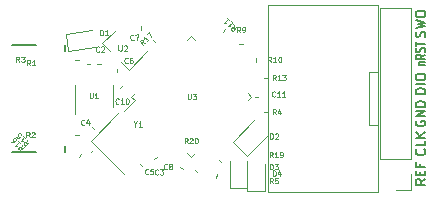
<source format=gto>
G04 #@! TF.GenerationSoftware,KiCad,Pcbnew,6.0.0-d3dd2cf0fa~116~ubuntu20.04.1*
G04 #@! TF.CreationDate,2022-01-09T18:21:22+01:00*
G04 #@! TF.ProjectId,JEGGER_s-link,4a454747-4552-45f7-932d-6c696e6b2e6b,rev?*
G04 #@! TF.SameCoordinates,Original*
G04 #@! TF.FileFunction,Legend,Top*
G04 #@! TF.FilePolarity,Positive*
%FSLAX46Y46*%
G04 Gerber Fmt 4.6, Leading zero omitted, Abs format (unit mm)*
G04 Created by KiCad (PCBNEW 6.0.0-d3dd2cf0fa~116~ubuntu20.04.1) date 2022-01-09 18:21:22*
%MOMM*%
%LPD*%
G01*
G04 APERTURE LIST*
%ADD10C,0.130000*%
%ADD11C,0.100000*%
%ADD12C,0.120000*%
%ADD13C,0.150000*%
G04 APERTURE END LIST*
D10*
X137961904Y-106847142D02*
X137580952Y-107113809D01*
X137961904Y-107304285D02*
X137161904Y-107304285D01*
X137161904Y-106999523D01*
X137200000Y-106923333D01*
X137238095Y-106885238D01*
X137314285Y-106847142D01*
X137428571Y-106847142D01*
X137504761Y-106885238D01*
X137542857Y-106923333D01*
X137580952Y-106999523D01*
X137580952Y-107304285D01*
X137542857Y-106504285D02*
X137542857Y-106237619D01*
X137961904Y-106123333D02*
X137961904Y-106504285D01*
X137161904Y-106504285D01*
X137161904Y-106123333D01*
X137542857Y-105513809D02*
X137542857Y-105780476D01*
X137961904Y-105780476D02*
X137161904Y-105780476D01*
X137161904Y-105399523D01*
X137923809Y-94794761D02*
X137961904Y-94680476D01*
X137961904Y-94490000D01*
X137923809Y-94413809D01*
X137885714Y-94375714D01*
X137809523Y-94337619D01*
X137733333Y-94337619D01*
X137657142Y-94375714D01*
X137619047Y-94413809D01*
X137580952Y-94490000D01*
X137542857Y-94642380D01*
X137504761Y-94718571D01*
X137466666Y-94756666D01*
X137390476Y-94794761D01*
X137314285Y-94794761D01*
X137238095Y-94756666D01*
X137200000Y-94718571D01*
X137161904Y-94642380D01*
X137161904Y-94451904D01*
X137200000Y-94337619D01*
X137161904Y-94070952D02*
X137961904Y-93880476D01*
X137390476Y-93728095D01*
X137961904Y-93575714D01*
X137161904Y-93385238D01*
X137161904Y-92928095D02*
X137161904Y-92775714D01*
X137200000Y-92699523D01*
X137276190Y-92623333D01*
X137428571Y-92585238D01*
X137695238Y-92585238D01*
X137847619Y-92623333D01*
X137923809Y-92699523D01*
X137961904Y-92775714D01*
X137961904Y-92928095D01*
X137923809Y-93004285D01*
X137847619Y-93080476D01*
X137695238Y-93118571D01*
X137428571Y-93118571D01*
X137276190Y-93080476D01*
X137200000Y-93004285D01*
X137161904Y-92928095D01*
X137428571Y-97172857D02*
X137961904Y-97172857D01*
X137504761Y-97172857D02*
X137466666Y-97144285D01*
X137428571Y-97087142D01*
X137428571Y-97001428D01*
X137466666Y-96944285D01*
X137542857Y-96915714D01*
X137961904Y-96915714D01*
X137961904Y-96287142D02*
X137580952Y-96487142D01*
X137961904Y-96630000D02*
X137161904Y-96630000D01*
X137161904Y-96401428D01*
X137200000Y-96344285D01*
X137238095Y-96315714D01*
X137314285Y-96287142D01*
X137428571Y-96287142D01*
X137504761Y-96315714D01*
X137542857Y-96344285D01*
X137580952Y-96401428D01*
X137580952Y-96630000D01*
X137923809Y-96058571D02*
X137961904Y-95972857D01*
X137961904Y-95830000D01*
X137923809Y-95772857D01*
X137885714Y-95744285D01*
X137809523Y-95715714D01*
X137733333Y-95715714D01*
X137657142Y-95744285D01*
X137619047Y-95772857D01*
X137580952Y-95830000D01*
X137542857Y-95944285D01*
X137504761Y-96001428D01*
X137466666Y-96030000D01*
X137390476Y-96058571D01*
X137314285Y-96058571D01*
X137238095Y-96030000D01*
X137200000Y-96001428D01*
X137161904Y-95944285D01*
X137161904Y-95801428D01*
X137200000Y-95715714D01*
X137161904Y-95544285D02*
X137161904Y-95201428D01*
X137961904Y-95372857D02*
X137161904Y-95372857D01*
X137961904Y-99594047D02*
X137161904Y-99594047D01*
X137161904Y-99403571D01*
X137200000Y-99289285D01*
X137276190Y-99213095D01*
X137352380Y-99175000D01*
X137504761Y-99136904D01*
X137619047Y-99136904D01*
X137771428Y-99175000D01*
X137847619Y-99213095D01*
X137923809Y-99289285D01*
X137961904Y-99403571D01*
X137961904Y-99594047D01*
X137961904Y-98794047D02*
X137161904Y-98794047D01*
X137161904Y-98260714D02*
X137161904Y-98108333D01*
X137200000Y-98032142D01*
X137276190Y-97955952D01*
X137428571Y-97917857D01*
X137695238Y-97917857D01*
X137847619Y-97955952D01*
X137923809Y-98032142D01*
X137961904Y-98108333D01*
X137961904Y-98260714D01*
X137923809Y-98336904D01*
X137847619Y-98413095D01*
X137695238Y-98451190D01*
X137428571Y-98451190D01*
X137276190Y-98413095D01*
X137200000Y-98336904D01*
X137161904Y-98260714D01*
X137200000Y-101909523D02*
X137161904Y-101985714D01*
X137161904Y-102100000D01*
X137200000Y-102214285D01*
X137276190Y-102290476D01*
X137352380Y-102328571D01*
X137504761Y-102366666D01*
X137619047Y-102366666D01*
X137771428Y-102328571D01*
X137847619Y-102290476D01*
X137923809Y-102214285D01*
X137961904Y-102100000D01*
X137961904Y-102023809D01*
X137923809Y-101909523D01*
X137885714Y-101871428D01*
X137619047Y-101871428D01*
X137619047Y-102023809D01*
X137961904Y-101528571D02*
X137161904Y-101528571D01*
X137961904Y-101071428D01*
X137161904Y-101071428D01*
X137961904Y-100690476D02*
X137161904Y-100690476D01*
X137161904Y-100500000D01*
X137200000Y-100385714D01*
X137276190Y-100309523D01*
X137352380Y-100271428D01*
X137504761Y-100233333D01*
X137619047Y-100233333D01*
X137771428Y-100271428D01*
X137847619Y-100309523D01*
X137923809Y-100385714D01*
X137961904Y-100500000D01*
X137961904Y-100690476D01*
X137885714Y-104326190D02*
X137923809Y-104364285D01*
X137961904Y-104478571D01*
X137961904Y-104554761D01*
X137923809Y-104669047D01*
X137847619Y-104745238D01*
X137771428Y-104783333D01*
X137619047Y-104821428D01*
X137504761Y-104821428D01*
X137352380Y-104783333D01*
X137276190Y-104745238D01*
X137200000Y-104669047D01*
X137161904Y-104554761D01*
X137161904Y-104478571D01*
X137200000Y-104364285D01*
X137238095Y-104326190D01*
X137961904Y-103602380D02*
X137961904Y-103983333D01*
X137161904Y-103983333D01*
X137961904Y-103335714D02*
X137161904Y-103335714D01*
X137961904Y-102878571D02*
X137504761Y-103221428D01*
X137161904Y-102878571D02*
X137619047Y-103335714D01*
D11*
X121798832Y-93790279D02*
X121753375Y-94047868D01*
X121980660Y-93972106D02*
X121662462Y-94290304D01*
X121541243Y-94169086D01*
X121526091Y-94123629D01*
X121526091Y-94093324D01*
X121541243Y-94047868D01*
X121586700Y-94002411D01*
X121632157Y-93987258D01*
X121662462Y-93987258D01*
X121707918Y-94002411D01*
X121829137Y-94123629D01*
X121495786Y-93487233D02*
X121677614Y-93669060D01*
X121586700Y-93578147D02*
X121268502Y-93896345D01*
X121344263Y-93881192D01*
X121404873Y-93881192D01*
X121450330Y-93896345D01*
X121192741Y-93184187D02*
X121374568Y-93366015D01*
X121283654Y-93275101D02*
X120965456Y-93593299D01*
X121041218Y-93578147D01*
X121101827Y-93578147D01*
X121147284Y-93593299D01*
X124950714Y-96933571D02*
X124800714Y-96719285D01*
X124693571Y-96933571D02*
X124693571Y-96483571D01*
X124865000Y-96483571D01*
X124907857Y-96505000D01*
X124929285Y-96526428D01*
X124950714Y-96569285D01*
X124950714Y-96633571D01*
X124929285Y-96676428D01*
X124907857Y-96697857D01*
X124865000Y-96719285D01*
X124693571Y-96719285D01*
X125379285Y-96933571D02*
X125122142Y-96933571D01*
X125250714Y-96933571D02*
X125250714Y-96483571D01*
X125207857Y-96547857D01*
X125165000Y-96590714D01*
X125122142Y-96612142D01*
X125657857Y-96483571D02*
X125700714Y-96483571D01*
X125743571Y-96505000D01*
X125765000Y-96526428D01*
X125786428Y-96569285D01*
X125807857Y-96655000D01*
X125807857Y-96762142D01*
X125786428Y-96847857D01*
X125765000Y-96890714D01*
X125743571Y-96912142D01*
X125700714Y-96933571D01*
X125657857Y-96933571D01*
X125615000Y-96912142D01*
X125593571Y-96890714D01*
X125572142Y-96847857D01*
X125550714Y-96762142D01*
X125550714Y-96655000D01*
X125572142Y-96569285D01*
X125593571Y-96526428D01*
X125615000Y-96505000D01*
X125657857Y-96483571D01*
X122305000Y-94413571D02*
X122155000Y-94199285D01*
X122047857Y-94413571D02*
X122047857Y-93963571D01*
X122219285Y-93963571D01*
X122262142Y-93985000D01*
X122283571Y-94006428D01*
X122305000Y-94049285D01*
X122305000Y-94113571D01*
X122283571Y-94156428D01*
X122262142Y-94177857D01*
X122219285Y-94199285D01*
X122047857Y-94199285D01*
X122519285Y-94413571D02*
X122605000Y-94413571D01*
X122647857Y-94392142D01*
X122669285Y-94370714D01*
X122712142Y-94306428D01*
X122733571Y-94220714D01*
X122733571Y-94049285D01*
X122712142Y-94006428D01*
X122690714Y-93985000D01*
X122647857Y-93963571D01*
X122562142Y-93963571D01*
X122519285Y-93985000D01*
X122497857Y-94006428D01*
X122476428Y-94049285D01*
X122476428Y-94156428D01*
X122497857Y-94199285D01*
X122519285Y-94220714D01*
X122562142Y-94242142D01*
X122647857Y-94242142D01*
X122690714Y-94220714D01*
X122712142Y-94199285D01*
X122733571Y-94156428D01*
X117857142Y-99603571D02*
X117857142Y-99967857D01*
X117878571Y-100010714D01*
X117900000Y-100032142D01*
X117942857Y-100053571D01*
X118028571Y-100053571D01*
X118071428Y-100032142D01*
X118092857Y-100010714D01*
X118114285Y-99967857D01*
X118114285Y-99603571D01*
X118285714Y-99603571D02*
X118564285Y-99603571D01*
X118414285Y-99775000D01*
X118478571Y-99775000D01*
X118521428Y-99796428D01*
X118542857Y-99817857D01*
X118564285Y-99860714D01*
X118564285Y-99967857D01*
X118542857Y-100010714D01*
X118521428Y-100032142D01*
X118478571Y-100053571D01*
X118350000Y-100053571D01*
X118307142Y-100032142D01*
X118285714Y-100010714D01*
X113299578Y-95020034D02*
X113281553Y-95044395D01*
X113221140Y-95075090D01*
X113178754Y-95081425D01*
X113112007Y-95069733D01*
X113063286Y-95033682D01*
X113035758Y-94994463D01*
X113001895Y-94912857D01*
X112992393Y-94849278D01*
X113000917Y-94761338D01*
X113015776Y-94715784D01*
X113051827Y-94667063D01*
X113112240Y-94636368D01*
X113154626Y-94630033D01*
X113221373Y-94641724D01*
X113245734Y-94659750D01*
X113387751Y-94595192D02*
X113684456Y-94550849D01*
X113560231Y-95024412D01*
X112775000Y-96960714D02*
X112753571Y-96982142D01*
X112689285Y-97003571D01*
X112646428Y-97003571D01*
X112582142Y-96982142D01*
X112539285Y-96939285D01*
X112517857Y-96896428D01*
X112496428Y-96810714D01*
X112496428Y-96746428D01*
X112517857Y-96660714D01*
X112539285Y-96617857D01*
X112582142Y-96575000D01*
X112646428Y-96553571D01*
X112689285Y-96553571D01*
X112753571Y-96575000D01*
X112775000Y-96596428D01*
X113160714Y-96553571D02*
X113075000Y-96553571D01*
X113032142Y-96575000D01*
X113010714Y-96596428D01*
X112967857Y-96660714D01*
X112946428Y-96746428D01*
X112946428Y-96917857D01*
X112967857Y-96960714D01*
X112989285Y-96982142D01*
X113032142Y-97003571D01*
X113117857Y-97003571D01*
X113160714Y-96982142D01*
X113182142Y-96960714D01*
X113203571Y-96917857D01*
X113203571Y-96810714D01*
X113182142Y-96767857D01*
X113160714Y-96746428D01*
X113117857Y-96725000D01*
X113032142Y-96725000D01*
X112989285Y-96746428D01*
X112967857Y-96767857D01*
X112946428Y-96810714D01*
X112007142Y-95503571D02*
X112007142Y-95867857D01*
X112028571Y-95910714D01*
X112050000Y-95932142D01*
X112092857Y-95953571D01*
X112178571Y-95953571D01*
X112221428Y-95932142D01*
X112242857Y-95910714D01*
X112264285Y-95867857D01*
X112264285Y-95503571D01*
X112457142Y-95546428D02*
X112478571Y-95525000D01*
X112521428Y-95503571D01*
X112628571Y-95503571D01*
X112671428Y-95525000D01*
X112692857Y-95546428D01*
X112714285Y-95589285D01*
X112714285Y-95632142D01*
X112692857Y-95696428D01*
X112435714Y-95953571D01*
X112714285Y-95953571D01*
X117860714Y-103803571D02*
X117710714Y-103589285D01*
X117603571Y-103803571D02*
X117603571Y-103353571D01*
X117775000Y-103353571D01*
X117817857Y-103375000D01*
X117839285Y-103396428D01*
X117860714Y-103439285D01*
X117860714Y-103503571D01*
X117839285Y-103546428D01*
X117817857Y-103567857D01*
X117775000Y-103589285D01*
X117603571Y-103589285D01*
X118032142Y-103396428D02*
X118053571Y-103375000D01*
X118096428Y-103353571D01*
X118203571Y-103353571D01*
X118246428Y-103375000D01*
X118267857Y-103396428D01*
X118289285Y-103439285D01*
X118289285Y-103482142D01*
X118267857Y-103546428D01*
X118010714Y-103803571D01*
X118289285Y-103803571D01*
X118567857Y-103353571D02*
X118610714Y-103353571D01*
X118653571Y-103375000D01*
X118675000Y-103396428D01*
X118696428Y-103439285D01*
X118717857Y-103525000D01*
X118717857Y-103632142D01*
X118696428Y-103717857D01*
X118675000Y-103760714D01*
X118653571Y-103782142D01*
X118610714Y-103803571D01*
X118567857Y-103803571D01*
X118525000Y-103782142D01*
X118503571Y-103760714D01*
X118482142Y-103717857D01*
X118460714Y-103632142D01*
X118460714Y-103525000D01*
X118482142Y-103439285D01*
X118503571Y-103396428D01*
X118525000Y-103375000D01*
X118567857Y-103353571D01*
X125060714Y-105003571D02*
X124910714Y-104789285D01*
X124803571Y-105003571D02*
X124803571Y-104553571D01*
X124975000Y-104553571D01*
X125017857Y-104575000D01*
X125039285Y-104596428D01*
X125060714Y-104639285D01*
X125060714Y-104703571D01*
X125039285Y-104746428D01*
X125017857Y-104767857D01*
X124975000Y-104789285D01*
X124803571Y-104789285D01*
X125489285Y-105003571D02*
X125232142Y-105003571D01*
X125360714Y-105003571D02*
X125360714Y-104553571D01*
X125317857Y-104617857D01*
X125275000Y-104660714D01*
X125232142Y-104682142D01*
X125703571Y-105003571D02*
X125789285Y-105003571D01*
X125832142Y-104982142D01*
X125853571Y-104960714D01*
X125896428Y-104896428D01*
X125917857Y-104810714D01*
X125917857Y-104639285D01*
X125896428Y-104596428D01*
X125875000Y-104575000D01*
X125832142Y-104553571D01*
X125746428Y-104553571D01*
X125703571Y-104575000D01*
X125682142Y-104596428D01*
X125660714Y-104639285D01*
X125660714Y-104746428D01*
X125682142Y-104789285D01*
X125703571Y-104810714D01*
X125746428Y-104832142D01*
X125832142Y-104832142D01*
X125875000Y-104810714D01*
X125896428Y-104789285D01*
X125917857Y-104746428D01*
X114289390Y-95298502D02*
X114031801Y-95253045D01*
X114107563Y-95480330D02*
X113789365Y-95162132D01*
X113910583Y-95040913D01*
X113956040Y-95025761D01*
X113986345Y-95025761D01*
X114031801Y-95040913D01*
X114077258Y-95086370D01*
X114092411Y-95131827D01*
X114092411Y-95162132D01*
X114077258Y-95207588D01*
X113956040Y-95328807D01*
X114592436Y-94995456D02*
X114410609Y-95177284D01*
X114501522Y-95086370D02*
X114183324Y-94768172D01*
X114198477Y-94843933D01*
X114198477Y-94904543D01*
X114183324Y-94950000D01*
X114380304Y-94571192D02*
X114592436Y-94359060D01*
X114774264Y-94813629D01*
X103798502Y-103910609D02*
X103753045Y-104168198D01*
X103980330Y-104092436D02*
X103662132Y-104410634D01*
X103540913Y-104289416D01*
X103525761Y-104243959D01*
X103525761Y-104213654D01*
X103540913Y-104168198D01*
X103586370Y-104122741D01*
X103631827Y-104107588D01*
X103662132Y-104107588D01*
X103707588Y-104122741D01*
X103828807Y-104243959D01*
X103495456Y-103607563D02*
X103677284Y-103789390D01*
X103586370Y-103698477D02*
X103268172Y-104016675D01*
X103343933Y-104001522D01*
X103404543Y-104001522D01*
X103450000Y-104016675D01*
X102904517Y-103653020D02*
X102965126Y-103713629D01*
X103010583Y-103728781D01*
X103040888Y-103728781D01*
X103116649Y-103713629D01*
X103192411Y-103668172D01*
X103313629Y-103546954D01*
X103328781Y-103501497D01*
X103328781Y-103471192D01*
X103313629Y-103425735D01*
X103253020Y-103365126D01*
X103207563Y-103349974D01*
X103177258Y-103349974D01*
X103131801Y-103365126D01*
X103056040Y-103440888D01*
X103040888Y-103486345D01*
X103040888Y-103516649D01*
X103056040Y-103562106D01*
X103116649Y-103622715D01*
X103162106Y-103637867D01*
X103192411Y-103637867D01*
X103237867Y-103622715D01*
X104248502Y-103510609D02*
X104203045Y-103768198D01*
X104430330Y-103692436D02*
X104112132Y-104010634D01*
X103990913Y-103889416D01*
X103975761Y-103843959D01*
X103975761Y-103813654D01*
X103990913Y-103768198D01*
X104036370Y-103722741D01*
X104081827Y-103707588D01*
X104112132Y-103707588D01*
X104157588Y-103722741D01*
X104278807Y-103843959D01*
X103945456Y-103207563D02*
X104127284Y-103389390D01*
X104036370Y-103298477D02*
X103718172Y-103616675D01*
X103793933Y-103601522D01*
X103854543Y-103601522D01*
X103900000Y-103616675D01*
X103339365Y-103237867D02*
X103490888Y-103389390D01*
X103657563Y-103253020D01*
X103627258Y-103253020D01*
X103581801Y-103237867D01*
X103506040Y-103162106D01*
X103490888Y-103116649D01*
X103490888Y-103086345D01*
X103506040Y-103040888D01*
X103581801Y-102965126D01*
X103627258Y-102949974D01*
X103657563Y-102949974D01*
X103703020Y-102965126D01*
X103778781Y-103040888D01*
X103793933Y-103086345D01*
X103793933Y-103116649D01*
X125310714Y-98453571D02*
X125160714Y-98239285D01*
X125053571Y-98453571D02*
X125053571Y-98003571D01*
X125225000Y-98003571D01*
X125267857Y-98025000D01*
X125289285Y-98046428D01*
X125310714Y-98089285D01*
X125310714Y-98153571D01*
X125289285Y-98196428D01*
X125267857Y-98217857D01*
X125225000Y-98239285D01*
X125053571Y-98239285D01*
X125739285Y-98453571D02*
X125482142Y-98453571D01*
X125610714Y-98453571D02*
X125610714Y-98003571D01*
X125567857Y-98067857D01*
X125525000Y-98110714D01*
X125482142Y-98132142D01*
X125889285Y-98003571D02*
X126167857Y-98003571D01*
X126017857Y-98175000D01*
X126082142Y-98175000D01*
X126125000Y-98196428D01*
X126146428Y-98217857D01*
X126167857Y-98260714D01*
X126167857Y-98367857D01*
X126146428Y-98410714D01*
X126125000Y-98432142D01*
X126082142Y-98453571D01*
X125953571Y-98453571D01*
X125910714Y-98432142D01*
X125889285Y-98410714D01*
X125075000Y-107203570D02*
X124925000Y-106989284D01*
X124817857Y-107203570D02*
X124817857Y-106753570D01*
X124989285Y-106753570D01*
X125032142Y-106774999D01*
X125053571Y-106796427D01*
X125075000Y-106839284D01*
X125075000Y-106903570D01*
X125053571Y-106946427D01*
X125032142Y-106967856D01*
X124989285Y-106989284D01*
X124817857Y-106989284D01*
X125482142Y-106753570D02*
X125267857Y-106753570D01*
X125246428Y-106967856D01*
X125267857Y-106946427D01*
X125310714Y-106924999D01*
X125417857Y-106924999D01*
X125460714Y-106946427D01*
X125482142Y-106967856D01*
X125503571Y-107010713D01*
X125503571Y-107117856D01*
X125482142Y-107160713D01*
X125460714Y-107182141D01*
X125417857Y-107203570D01*
X125310714Y-107203570D01*
X125267857Y-107182141D01*
X125246428Y-107160713D01*
X125325000Y-101353571D02*
X125175000Y-101139285D01*
X125067857Y-101353571D02*
X125067857Y-100903571D01*
X125239285Y-100903571D01*
X125282142Y-100925000D01*
X125303571Y-100946428D01*
X125325000Y-100989285D01*
X125325000Y-101053571D01*
X125303571Y-101096428D01*
X125282142Y-101117857D01*
X125239285Y-101139285D01*
X125067857Y-101139285D01*
X125710714Y-101053571D02*
X125710714Y-101353571D01*
X125603571Y-100882142D02*
X125496428Y-101203571D01*
X125775000Y-101203571D01*
X125067857Y-106553572D02*
X125067857Y-106103572D01*
X125175000Y-106103572D01*
X125239285Y-106125001D01*
X125282142Y-106167858D01*
X125303571Y-106210715D01*
X125325000Y-106296429D01*
X125325000Y-106360715D01*
X125303571Y-106446429D01*
X125282142Y-106489286D01*
X125239285Y-106532143D01*
X125175000Y-106553572D01*
X125067857Y-106553572D01*
X125710714Y-106253572D02*
X125710714Y-106553572D01*
X125603571Y-106082143D02*
X125496428Y-106403572D01*
X125775000Y-106403572D01*
X124817857Y-106003571D02*
X124817857Y-105553571D01*
X124925000Y-105553571D01*
X124989285Y-105575000D01*
X125032142Y-105617857D01*
X125053571Y-105660714D01*
X125075000Y-105746428D01*
X125075000Y-105810714D01*
X125053571Y-105896428D01*
X125032142Y-105939285D01*
X124989285Y-105982142D01*
X124925000Y-106003571D01*
X124817857Y-106003571D01*
X125225000Y-105553571D02*
X125503571Y-105553571D01*
X125353571Y-105725000D01*
X125417857Y-105725000D01*
X125460714Y-105746428D01*
X125482142Y-105767857D01*
X125503571Y-105810714D01*
X125503571Y-105917857D01*
X125482142Y-105960714D01*
X125460714Y-105982142D01*
X125417857Y-106003571D01*
X125289285Y-106003571D01*
X125246428Y-105982142D01*
X125225000Y-105960714D01*
X124867858Y-103403571D02*
X124867858Y-102953571D01*
X124975001Y-102953571D01*
X125039286Y-102975000D01*
X125082143Y-103017857D01*
X125103572Y-103060714D01*
X125125001Y-103146428D01*
X125125001Y-103210714D01*
X125103572Y-103296428D01*
X125082143Y-103339285D01*
X125039286Y-103382142D01*
X124975001Y-103403571D01*
X124867858Y-103403571D01*
X125296429Y-102996428D02*
X125317858Y-102975000D01*
X125360715Y-102953571D01*
X125467858Y-102953571D01*
X125510715Y-102975000D01*
X125532143Y-102996428D01*
X125553572Y-103039285D01*
X125553572Y-103082142D01*
X125532143Y-103146428D01*
X125275001Y-103403571D01*
X125553572Y-103403571D01*
X125260714Y-99810714D02*
X125239285Y-99832142D01*
X125175000Y-99853571D01*
X125132142Y-99853571D01*
X125067857Y-99832142D01*
X125025000Y-99789285D01*
X125003571Y-99746428D01*
X124982142Y-99660714D01*
X124982142Y-99596428D01*
X125003571Y-99510714D01*
X125025000Y-99467857D01*
X125067857Y-99425000D01*
X125132142Y-99403571D01*
X125175000Y-99403571D01*
X125239285Y-99425000D01*
X125260714Y-99446428D01*
X125689285Y-99853571D02*
X125432142Y-99853571D01*
X125560714Y-99853571D02*
X125560714Y-99403571D01*
X125517857Y-99467857D01*
X125475000Y-99510714D01*
X125432142Y-99532142D01*
X126117857Y-99853571D02*
X125860714Y-99853571D01*
X125989285Y-99853571D02*
X125989285Y-99403571D01*
X125946428Y-99467857D01*
X125903571Y-99510714D01*
X125860714Y-99532142D01*
X112010714Y-100410714D02*
X111989285Y-100432142D01*
X111925000Y-100453571D01*
X111882142Y-100453571D01*
X111817857Y-100432142D01*
X111775000Y-100389285D01*
X111753571Y-100346428D01*
X111732142Y-100260714D01*
X111732142Y-100196428D01*
X111753571Y-100110714D01*
X111775000Y-100067857D01*
X111817857Y-100025000D01*
X111882142Y-100003571D01*
X111925000Y-100003571D01*
X111989285Y-100025000D01*
X112010714Y-100046428D01*
X112439285Y-100453571D02*
X112182142Y-100453571D01*
X112310714Y-100453571D02*
X112310714Y-100003571D01*
X112267857Y-100067857D01*
X112225000Y-100110714D01*
X112182142Y-100132142D01*
X112717857Y-100003571D02*
X112760714Y-100003571D01*
X112803571Y-100025000D01*
X112825000Y-100046428D01*
X112846428Y-100089285D01*
X112867857Y-100175000D01*
X112867857Y-100282142D01*
X112846428Y-100367857D01*
X112825000Y-100410714D01*
X112803571Y-100432142D01*
X112760714Y-100453571D01*
X112717857Y-100453571D01*
X112675000Y-100432142D01*
X112653571Y-100410714D01*
X112632142Y-100367857D01*
X112610714Y-100282142D01*
X112610714Y-100175000D01*
X112632142Y-100089285D01*
X112653571Y-100046428D01*
X112675000Y-100025000D01*
X112717857Y-100003571D01*
X116125000Y-105960714D02*
X116103571Y-105982142D01*
X116039285Y-106003571D01*
X115996428Y-106003571D01*
X115932142Y-105982142D01*
X115889285Y-105939285D01*
X115867857Y-105896428D01*
X115846428Y-105810714D01*
X115846428Y-105746428D01*
X115867857Y-105660714D01*
X115889285Y-105617857D01*
X115932142Y-105575000D01*
X115996428Y-105553571D01*
X116039285Y-105553571D01*
X116103571Y-105575000D01*
X116125000Y-105596428D01*
X116382142Y-105746428D02*
X116339285Y-105725000D01*
X116317857Y-105703571D01*
X116296428Y-105660714D01*
X116296428Y-105639285D01*
X116317857Y-105596428D01*
X116339285Y-105575000D01*
X116382142Y-105553571D01*
X116467857Y-105553571D01*
X116510714Y-105575000D01*
X116532142Y-105596428D01*
X116553571Y-105639285D01*
X116553571Y-105660714D01*
X116532142Y-105703571D01*
X116510714Y-105725000D01*
X116467857Y-105746428D01*
X116382142Y-105746428D01*
X116339285Y-105767857D01*
X116317857Y-105789285D01*
X116296428Y-105832142D01*
X116296428Y-105917857D01*
X116317857Y-105960714D01*
X116339285Y-105982142D01*
X116382142Y-106003571D01*
X116467857Y-106003571D01*
X116510714Y-105982142D01*
X116532142Y-105960714D01*
X116553571Y-105917857D01*
X116553571Y-105832142D01*
X116532142Y-105789285D01*
X116510714Y-105767857D01*
X116467857Y-105746428D01*
X113435714Y-102189285D02*
X113435714Y-102403571D01*
X113285714Y-101953571D02*
X113435714Y-102189285D01*
X113585714Y-101953571D01*
X113971428Y-102403571D02*
X113714285Y-102403571D01*
X113842857Y-102403571D02*
X113842857Y-101953571D01*
X113800000Y-102017857D01*
X113757142Y-102060714D01*
X113714285Y-102082142D01*
X109557142Y-99553571D02*
X109557142Y-99917857D01*
X109578571Y-99960714D01*
X109600000Y-99982142D01*
X109642857Y-100003571D01*
X109728571Y-100003571D01*
X109771428Y-99982142D01*
X109792857Y-99960714D01*
X109814285Y-99917857D01*
X109814285Y-99553571D01*
X110264285Y-100003571D02*
X110007142Y-100003571D01*
X110135714Y-100003571D02*
X110135714Y-99553571D01*
X110092857Y-99617857D01*
X110050000Y-99660714D01*
X110007142Y-99682142D01*
X103625000Y-96903571D02*
X103475000Y-96689285D01*
X103367857Y-96903571D02*
X103367857Y-96453571D01*
X103539285Y-96453571D01*
X103582142Y-96475000D01*
X103603571Y-96496428D01*
X103625000Y-96539285D01*
X103625000Y-96603571D01*
X103603571Y-96646428D01*
X103582142Y-96667857D01*
X103539285Y-96689285D01*
X103367857Y-96689285D01*
X103775000Y-96453571D02*
X104053571Y-96453571D01*
X103903571Y-96625000D01*
X103967857Y-96625000D01*
X104010714Y-96646428D01*
X104032142Y-96667857D01*
X104053571Y-96710714D01*
X104053571Y-96817857D01*
X104032142Y-96860714D01*
X104010714Y-96882142D01*
X103967857Y-96903571D01*
X103839285Y-96903571D01*
X103796428Y-96882142D01*
X103775000Y-96860714D01*
X104475000Y-103303571D02*
X104325000Y-103089285D01*
X104217857Y-103303571D02*
X104217857Y-102853571D01*
X104389285Y-102853571D01*
X104432142Y-102875000D01*
X104453571Y-102896428D01*
X104475000Y-102939285D01*
X104475000Y-103003571D01*
X104453571Y-103046428D01*
X104432142Y-103067857D01*
X104389285Y-103089285D01*
X104217857Y-103089285D01*
X104646428Y-102896428D02*
X104667857Y-102875000D01*
X104710714Y-102853571D01*
X104817857Y-102853571D01*
X104860714Y-102875000D01*
X104882142Y-102896428D01*
X104903571Y-102939285D01*
X104903571Y-102982142D01*
X104882142Y-103046428D01*
X104625000Y-103303571D01*
X104903571Y-103303571D01*
X104525000Y-97203571D02*
X104375000Y-96989285D01*
X104267857Y-97203571D02*
X104267857Y-96753571D01*
X104439285Y-96753571D01*
X104482142Y-96775000D01*
X104503571Y-96796428D01*
X104525000Y-96839285D01*
X104525000Y-96903571D01*
X104503571Y-96946428D01*
X104482142Y-96967857D01*
X104439285Y-96989285D01*
X104267857Y-96989285D01*
X104953571Y-97203571D02*
X104696428Y-97203571D01*
X104825000Y-97203571D02*
X104825000Y-96753571D01*
X104782142Y-96817857D01*
X104739285Y-96860714D01*
X104696428Y-96882142D01*
X110471460Y-94659336D02*
X110463606Y-94209404D01*
X110570733Y-94207534D01*
X110635383Y-94227838D01*
X110678981Y-94269940D01*
X110701155Y-94312417D01*
X110724076Y-94397744D01*
X110725198Y-94462020D01*
X110705269Y-94548095D01*
X110684591Y-94591320D01*
X110642489Y-94634918D01*
X110578587Y-94657466D01*
X110471460Y-94659336D01*
X111157070Y-94647368D02*
X110899966Y-94651856D01*
X111028518Y-94649612D02*
X111020664Y-94199681D01*
X110978936Y-94264705D01*
X110936833Y-94308303D01*
X110894356Y-94330476D01*
X114535000Y-106380714D02*
X114513571Y-106402142D01*
X114449285Y-106423571D01*
X114406428Y-106423571D01*
X114342142Y-106402142D01*
X114299285Y-106359285D01*
X114277857Y-106316428D01*
X114256428Y-106230714D01*
X114256428Y-106166428D01*
X114277857Y-106080714D01*
X114299285Y-106037857D01*
X114342142Y-105995000D01*
X114406428Y-105973571D01*
X114449285Y-105973571D01*
X114513571Y-105995000D01*
X114535000Y-106016428D01*
X114942142Y-105973571D02*
X114727857Y-105973571D01*
X114706428Y-106187857D01*
X114727857Y-106166428D01*
X114770714Y-106145000D01*
X114877857Y-106145000D01*
X114920714Y-106166428D01*
X114942142Y-106187857D01*
X114963571Y-106230714D01*
X114963571Y-106337857D01*
X114942142Y-106380714D01*
X114920714Y-106402142D01*
X114877857Y-106423571D01*
X114770714Y-106423571D01*
X114727857Y-106402142D01*
X114706428Y-106380714D01*
X109125001Y-102210714D02*
X109103572Y-102232142D01*
X109039286Y-102253571D01*
X108996429Y-102253571D01*
X108932143Y-102232142D01*
X108889286Y-102189285D01*
X108867858Y-102146428D01*
X108846429Y-102060714D01*
X108846429Y-101996428D01*
X108867858Y-101910714D01*
X108889286Y-101867857D01*
X108932143Y-101825000D01*
X108996429Y-101803571D01*
X109039286Y-101803571D01*
X109103572Y-101825000D01*
X109125001Y-101846428D01*
X109510715Y-101953571D02*
X109510715Y-102253571D01*
X109403572Y-101782142D02*
X109296429Y-102103571D01*
X109575001Y-102103571D01*
X115375000Y-106410714D02*
X115353571Y-106432142D01*
X115289285Y-106453571D01*
X115246428Y-106453571D01*
X115182142Y-106432142D01*
X115139285Y-106389285D01*
X115117857Y-106346428D01*
X115096428Y-106260714D01*
X115096428Y-106196428D01*
X115117857Y-106110714D01*
X115139285Y-106067857D01*
X115182142Y-106025000D01*
X115246428Y-106003571D01*
X115289285Y-106003571D01*
X115353571Y-106025000D01*
X115375000Y-106046428D01*
X115525000Y-106003571D02*
X115803571Y-106003571D01*
X115653571Y-106175000D01*
X115717857Y-106175000D01*
X115760714Y-106196428D01*
X115782142Y-106217857D01*
X115803571Y-106260714D01*
X115803571Y-106367857D01*
X115782142Y-106410714D01*
X115760714Y-106432142D01*
X115717857Y-106453571D01*
X115589285Y-106453571D01*
X115546428Y-106432142D01*
X115525000Y-106410714D01*
X110375000Y-96010714D02*
X110353571Y-96032142D01*
X110289285Y-96053571D01*
X110246428Y-96053571D01*
X110182142Y-96032142D01*
X110139285Y-95989285D01*
X110117857Y-95946428D01*
X110096428Y-95860714D01*
X110096428Y-95796428D01*
X110117857Y-95710714D01*
X110139285Y-95667857D01*
X110182142Y-95625000D01*
X110246428Y-95603571D01*
X110289285Y-95603571D01*
X110353571Y-95625000D01*
X110375000Y-95646428D01*
X110546428Y-95646428D02*
X110567857Y-95625000D01*
X110610714Y-95603571D01*
X110717857Y-95603571D01*
X110760714Y-95625000D01*
X110782142Y-95646428D01*
X110803571Y-95689285D01*
X110803571Y-95732142D01*
X110782142Y-95796428D01*
X110525000Y-96053571D01*
X110803571Y-96053571D01*
D12*
X120813934Y-94366066D02*
X121026066Y-94153934D01*
X123640000Y-96580000D02*
X123640000Y-96880000D01*
X122510000Y-95420000D02*
X122210000Y-95420000D01*
D13*
X107500000Y-104000000D02*
X107500000Y-104500000D01*
X107500000Y-95500000D02*
X107500000Y-96000000D01*
X105000000Y-95500000D02*
X103000000Y-95500000D01*
X103000000Y-104500000D02*
X105000000Y-104500000D01*
D12*
X134005000Y-107890000D02*
X124655000Y-107890000D01*
X134005000Y-92110000D02*
X134005000Y-107890000D01*
X124655000Y-92110000D02*
X134005000Y-92110000D01*
X124655000Y-107890000D02*
X124655000Y-92110000D01*
X134000000Y-102250000D02*
X133200000Y-102250000D01*
X133200000Y-102250000D02*
X133200000Y-97750000D01*
X133200000Y-97750000D02*
X134000000Y-97750000D01*
X113362887Y-100168198D02*
X112450719Y-101080366D01*
X113044689Y-99850000D02*
X113362887Y-100168198D01*
X113362887Y-99531802D02*
X113044689Y-99850000D01*
X118150000Y-94744689D02*
X118468198Y-95062887D01*
X117831802Y-95062887D02*
X118150000Y-94744689D01*
X118150000Y-104955311D02*
X117831802Y-104637113D01*
X118468198Y-104637113D02*
X118150000Y-104955311D01*
X123255311Y-99850000D02*
X122937113Y-99531802D01*
X122937113Y-100168198D02*
X123255311Y-99850000D01*
X113922171Y-94167822D02*
X113877829Y-93871118D01*
X111850000Y-97800000D02*
X111850000Y-97500000D01*
X110645370Y-95320172D02*
X111677746Y-94287797D01*
X112879828Y-97554630D02*
X114407178Y-96027279D01*
X112879828Y-97554630D02*
X112222218Y-96897021D01*
X110645370Y-95320172D02*
X111302979Y-95977782D01*
X118443934Y-106043934D02*
X118656066Y-106256066D01*
X120493934Y-105193934D02*
X120706066Y-105406066D01*
X115106066Y-95256066D02*
X114893934Y-95043934D01*
X108856066Y-104743934D02*
X108643934Y-104956066D01*
X109856066Y-104343934D02*
X109643934Y-104556066D01*
X124300000Y-98250000D02*
X124600000Y-98250000D01*
X120322171Y-106401648D02*
X120277829Y-106698352D01*
X124350000Y-101150000D02*
X124650000Y-101150000D01*
X124385000Y-107835001D02*
X124385000Y-105550001D01*
X122915000Y-107835001D02*
X124385000Y-107835001D01*
X122915000Y-105550001D02*
X122915000Y-107835001D01*
X122885000Y-107585000D02*
X122885000Y-105300000D01*
X121415000Y-107585000D02*
X122885000Y-107585000D01*
X121415000Y-105300000D02*
X121415000Y-107585000D01*
X121688299Y-103659619D02*
X123491421Y-101856497D01*
X122890381Y-104861701D02*
X124693503Y-103058579D01*
X121688299Y-103659619D02*
X122890381Y-104861701D01*
X123850000Y-99850000D02*
X123550000Y-99850000D01*
X112356066Y-98893934D02*
X112143934Y-99106066D01*
X117243934Y-105793934D02*
X117456066Y-106006066D01*
X136810000Y-107720000D02*
X135480000Y-107720000D01*
X136810000Y-106390000D02*
X136810000Y-107720000D01*
X136810000Y-105120000D02*
X134150000Y-105120000D01*
X134150000Y-105120000D02*
X134150000Y-92360000D01*
X136810000Y-105120000D02*
X136810000Y-92360000D01*
X136810000Y-92360000D02*
X134150000Y-92360000D01*
X109669060Y-103602513D02*
X112497487Y-106430940D01*
X112002513Y-101269060D02*
X109669060Y-103602513D01*
X108290000Y-98900000D02*
X108290000Y-101350000D01*
X111510000Y-100700000D02*
X111510000Y-98900000D01*
X108350000Y-96750000D02*
X108650000Y-96750000D01*
X108650000Y-103100000D02*
X108350000Y-103100000D01*
X109300000Y-97050000D02*
X109600000Y-97050000D01*
X107739951Y-95996424D02*
X109999853Y-95658679D01*
X107522672Y-94542570D02*
X107739951Y-95996424D01*
X109782573Y-94204826D02*
X107522672Y-94542570D01*
X113793934Y-105543934D02*
X114006066Y-105756066D01*
X109743934Y-102393934D02*
X109956066Y-102606066D01*
X115256066Y-104943934D02*
X115043934Y-105156066D01*
X110500000Y-97050000D02*
X110200000Y-97050000D01*
M02*

</source>
